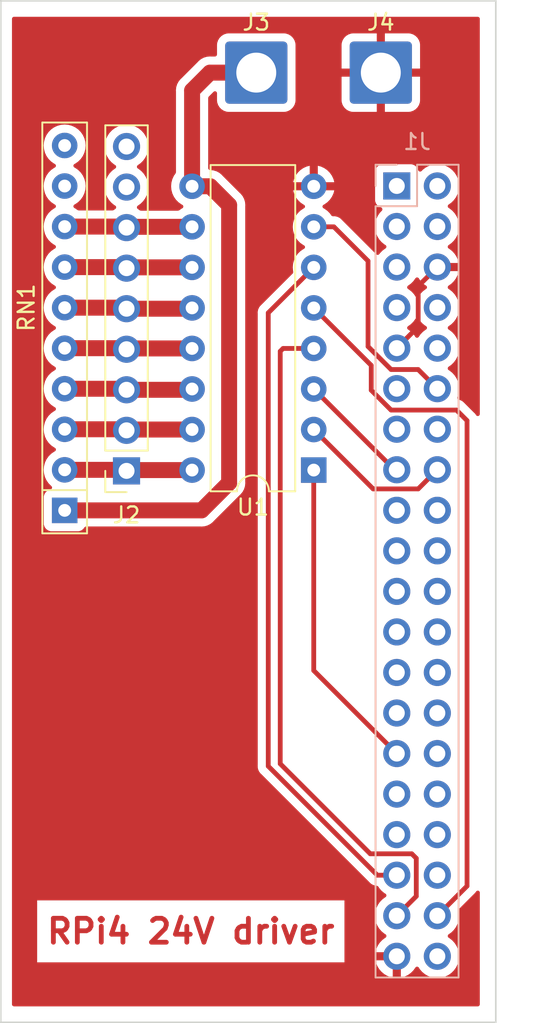
<source format=kicad_pcb>
(kicad_pcb (version 20211014) (generator pcbnew)
  (layers (0 "F.Cu" signal) (31 "B.Cu" signal) (34 "B.Paste" user) (35 "F.Paste" user) (36 "B.SilkS" user "B.Silkscreen") (37 "F.SilkS" user "F.Silkscreen") (38 "B.Mask" user) (39 "F.Mask" user) (44 "Edge.Cuts" user))
  (net 0 "")
  (net 1 "VCC")
  (net 2 "Net-(J2-Pad1)")
  (net 3 "Net-(J2-Pad2)")
  (net 4 "Net-(J2-Pad3)")
  (net 5 "Net-(J2-Pad4)")
  (net 6 "Net-(J2-Pad5)")
  (net 7 "Net-(J2-Pad6)")
  (net 8 "Net-(J2-Pad7)")
  (net 16 "GND")
  (net 21 "12")
  (net 23 "15")
  (net 24 "16")
  (net 35 "29")
  (net 39 "35")
  (net 41 "37")
  (net 42 "38")
  (footprint "Connector_Wire:SolderWire-2sqmm_1x01_D2mm_OD3.9mm" (layer "F.Cu") (at 214 67.5)
    (fp_text reference "J3" (at 0 -3.15) (layer "F.SilkS"))
    (fp_text value "Conn_01x01_Female")
    (pad "1" thru_hole roundrect (at 0 0) (size 3.9 3.9) (drill 2.5) (layers *.Cu *.Mask) (roundrect_rratio 0.06410307692) (net 1 "VCC"))
  )
  (footprint "Connector_Wire:SolderWire-2sqmm_1x01_D2mm_OD3.9mm" (layer "F.Cu") (at 221.8 67.5)
    (fp_text reference "J4" (at 0 -3.15) (layer "F.SilkS"))
    (fp_text value "Conn_01x01_Female")
    (pad "1" thru_hole roundrect (at 0 0) (size 3.9 3.9) (drill 2.5) (layers *.Cu *.Mask) (roundrect_rratio 0.06410307692) (net 16 "GND"))
  )
  (footprint "Connector_PinSocket_2.54mm:PinSocket_1x09_P2.54mm_Vertical" (layer "F.Cu") (at 205.875 92.45 180)
    (fp_text reference "J2" (at 0 -2.77) (layer "F.SilkS"))
    (fp_text value "Conn_01x09_Female")
    (fp_line (start 0 -1.33) (end 1.33 -1.33) (layer "F.SilkS") (width 0.12))
    (fp_line (start 1.33 1.27) (end 1.33 21.65) (layer "F.SilkS") (width 0.12))
    (fp_line (start -1.33 1.27) (end 1.33 1.27) (layer "F.SilkS") (width 0.12))
    (fp_line (start -1.33 21.65) (end 1.33 21.65) (layer "F.SilkS") (width 0.12))
    (fp_line (start -1.33 1.27) (end -1.33 21.65) (layer "F.SilkS") (width 0.12))
    (fp_line (start 1.33 -1.33) (end 1.33 0) (layer "F.SilkS") (width 0.12))
    (pad "1" thru_hole rect (at 0 0 180) (size 1.7 1.7) (drill 1) (layers *.Cu *.Mask) (net 2 "Net-(J2-Pad1)"))
    (pad "2" thru_hole oval (at 0 2.54 180) (size 1.7 1.7) (drill 1) (layers *.Cu *.Mask) (net 3 "Net-(J2-Pad2)"))
    (pad "3" thru_hole oval (at 0 5.08 180) (size 1.7 1.7) (drill 1) (layers *.Cu *.Mask) (net 4 "Net-(J2-Pad3)"))
    (pad "4" thru_hole oval (at 0 7.62 180) (size 1.7 1.7) (drill 1) (layers *.Cu *.Mask) (net 5 "Net-(J2-Pad4)"))
    (pad "5" thru_hole oval (at 0 10.16 180) (size 1.7 1.7) (drill 1) (layers *.Cu *.Mask) (net 6 "Net-(J2-Pad5)"))
    (pad "6" thru_hole oval (at 0 12.7 180) (size 1.7 1.7) (drill 1) (layers *.Cu *.Mask) (net 7 "Net-(J2-Pad6)"))
    (pad "7" thru_hole oval (at 0 15.24 180) (size 1.7 1.7) (drill 1) (layers *.Cu *.Mask) (net 8 "Net-(J2-Pad7)"))
    (pad "8" thru_hole oval (at 0 17.78 180) (size 1.7 1.7) (drill 1) (layers *.Cu *.Mask))
    (pad "9" thru_hole oval (at 0 20.32 180) (size 1.7 1.7) (drill 1) (layers *.Cu *.Mask))
  )
  (footprint "Package_DIP:DIP-16_W7.62mm" (layer "F.Cu") (at 217.6 92.4 180)
    (fp_text reference "U1" (at 3.81 -2.33) (layer "F.SilkS"))
    (fp_text value "ULN2003")
    (fp_line (start 6.46 19.11) (end 6.46 -1.33) (layer "F.SilkS") (width 0.12))
    (fp_line (start 6.46 -1.33) (end 4.81 -1.33) (layer "F.SilkS") (width 0.12))
    (fp_line (start 2.81 -1.33) (end 1.16 -1.33) (layer "F.SilkS") (width 0.12))
    (fp_line (start 1.16 19.11) (end 6.46 19.11) (layer "F.SilkS") (width 0.12))
    (fp_line (start 1.16 -1.33) (end 1.16 19.11) (layer "F.SilkS") (width 0.12))
    (fp_arc (start 4.81 -1.33) (mid 3.81 -0.33) (end 2.81 -1.33) (layer "F.SilkS") (width 0.12))
    (pad "1" thru_hole rect (at 0 0 180) (size 1.6 1.6) (drill 0.8) (layers *.Cu *.Mask) (net 35 "29"))
    (pad "2" thru_hole oval (at 0 2.54 180) (size 1.6 1.6) (drill 0.8) (layers *.Cu *.Mask) (net 24 "16"))
    (pad "3" thru_hole oval (at 0 5.08 180) (size 1.6 1.6) (drill 0.8) (layers *.Cu *.Mask) (net 23 "15"))
    (pad "4" thru_hole oval (at 0 7.62 180) (size 1.6 1.6) (drill 0.8) (layers *.Cu *.Mask) (net 41 "37"))
    (pad "5" thru_hole oval (at 0 10.16 180) (size 1.6 1.6) (drill 0.8) (layers *.Cu *.Mask) (net 42 "38"))
    (pad "6" thru_hole oval (at 0 12.7 180) (size 1.6 1.6) (drill 0.8) (layers *.Cu *.Mask) (net 39 "35"))
    (pad "7" thru_hole oval (at 0 15.24 180) (size 1.6 1.6) (drill 0.8) (layers *.Cu *.Mask) (net 21 "12"))
    (pad "8" thru_hole oval (at 0 17.78 180) (size 1.6 1.6) (drill 0.8) (layers *.Cu *.Mask) (net 16 "GND"))
    (pad "9" thru_hole oval (at 7.62 17.78 180) (size 1.6 1.6) (drill 0.8) (layers *.Cu *.Mask) (net 1 "VCC"))
    (pad "10" thru_hole oval (at 7.62 15.24 180) (size 1.6 1.6) (drill 0.8) (layers *.Cu *.Mask) (net 8 "Net-(J2-Pad7)"))
    (pad "11" thru_hole oval (at 7.62 12.7 180) (size 1.6 1.6) (drill 0.8) (layers *.Cu *.Mask) (net 7 "Net-(J2-Pad6)"))
    (pad "12" thru_hole oval (at 7.62 10.16 180) (size 1.6 1.6) (drill 0.8) (layers *.Cu *.Mask) (net 6 "Net-(J2-Pad5)"))
    (pad "13" thru_hole oval (at 7.62 7.62 180) (size 1.6 1.6) (drill 0.8) (layers *.Cu *.Mask) (net 5 "Net-(J2-Pad4)"))
    (pad "14" thru_hole oval (at 7.62 5.08 180) (size 1.6 1.6) (drill 0.8) (layers *.Cu *.Mask) (net 4 "Net-(J2-Pad3)"))
    (pad "15" thru_hole oval (at 7.62 2.54 180) (size 1.6 1.6) (drill 0.8) (layers *.Cu *.Mask) (net 3 "Net-(J2-Pad2)"))
    (pad "16" thru_hole oval (at 7.62 0 180) (size 1.6 1.6) (drill 0.8) (layers *.Cu *.Mask) (net 2 "Net-(J2-Pad1)"))
  )
  (footprint "Resistor_THT:R_Array_SIP10" (layer "F.Cu") (at 202 94.925 90)
    (fp_text reference "RN1" (at 12.7 -2.4 90) (layer "F.SilkS"))
    (fp_text value "R_Network09")
    (fp_line (start 24.3 -1.4) (end -1.44 -1.4) (layer "F.SilkS") (width 0.12))
    (fp_line (start -1.44 1.4) (end 24.3 1.4) (layer "F.SilkS") (width 0.12))
    (fp_line (start 1.27 -1.4) (end 1.27 1.4) (layer "F.SilkS") (width 0.12))
    (fp_line (start 24.3 1.4) (end 24.3 -1.4) (layer "F.SilkS") (width 0.12))
    (fp_line (start -1.44 -1.4) (end -1.44 1.4) (layer "F.SilkS") (width 0.12))
    (pad "1" thru_hole rect (at 0 0 90) (size 1.6 1.6) (drill 0.8) (layers *.Cu *.Mask) (net 1 "VCC"))
    (pad "2" thru_hole oval (at 2.54 0 90) (size 1.6 1.6) (drill 0.8) (layers *.Cu *.Mask) (net 2 "Net-(J2-Pad1)"))
    (pad "3" thru_hole oval (at 5.08 0 90) (size 1.6 1.6) (drill 0.8) (layers *.Cu *.Mask) (net 3 "Net-(J2-Pad2)"))
    (pad "4" thru_hole oval (at 7.62 0 90) (size 1.6 1.6) (drill 0.8) (layers *.Cu *.Mask) (net 4 "Net-(J2-Pad3)"))
    (pad "5" thru_hole oval (at 10.16 0 90) (size 1.6 1.6) (drill 0.8) (layers *.Cu *.Mask) (net 5 "Net-(J2-Pad4)"))
    (pad "6" thru_hole oval (at 12.7 0 90) (size 1.6 1.6) (drill 0.8) (layers *.Cu *.Mask) (net 6 "Net-(J2-Pad5)"))
    (pad "7" thru_hole oval (at 15.24 0 90) (size 1.6 1.6) (drill 0.8) (layers *.Cu *.Mask) (net 7 "Net-(J2-Pad6)"))
    (pad "8" thru_hole oval (at 17.78 0 90) (size 1.6 1.6) (drill 0.8) (layers *.Cu *.Mask) (net 8 "Net-(J2-Pad7)"))
    (pad "9" thru_hole oval (at 20.32 0 90) (size 1.6 1.6) (drill 0.8) (layers *.Cu *.Mask))
    (pad "10" thru_hole oval (at 22.86 0 90) (size 1.6 1.6) (drill 0.8) (layers *.Cu *.Mask))
  )
  (footprint "Connector_PinSocket_2.54mm:PinSocket_2x20_P2.54mm_Vertical" (layer "B.Cu") (at 222.8 74.6 180)
    (fp_text reference "J1" (at -1.27 2.77) (layer "B.SilkS") (effects (justify mirror)))
    (fp_text value "Conn_02x20_Odd_Even")
    (fp_line (start -3.87 1.33) (end -1.27 1.33) (layer "B.SilkS") (width 0.12))
    (fp_line (start 1.33 -1.27) (end 1.33 -49.59) (layer "B.SilkS") (width 0.12))
    (fp_line (start -1.27 1.33) (end -1.27 -1.27) (layer "B.SilkS") (width 0.12))
    (fp_line (start -3.87 1.33) (end -3.87 -49.59) (layer "B.SilkS") (width 0.12))
    (fp_line (start 1.33 1.33) (end 1.33 0) (layer "B.SilkS") (width 0.12))
    (fp_line (start 0 1.33) (end 1.33 1.33) (layer "B.SilkS") (width 0.12))
    (fp_line (start -1.27 -1.27) (end 1.33 -1.27) (layer "B.SilkS") (width 0.12))
    (fp_line (start -3.87 -49.59) (end 1.33 -49.59) (layer "B.SilkS") (width 0.12))
    (pad "1" thru_hole rect (at 0 0 180) (size 1.7 1.7) (drill 1) (layers *.Cu *.Mask))
    (pad "2" thru_hole oval (at -2.54 0 180) (size 1.7 1.7) (drill 1) (layers *.Cu *.Mask))
    (pad "3" thru_hole oval (at 0 -2.54 180) (size 1.7 1.7) (drill 1) (layers *.Cu *.Mask))
    (pad "4" thru_hole oval (at -2.54 -2.54 180) (size 1.7 1.7) (drill 1) (layers *.Cu *.Mask))
    (pad "5" thru_hole oval (at 0 -5.08 180) (size 1.7 1.7) (drill 1) (layers *.Cu *.Mask))
    (pad "6" thru_hole oval (at -2.54 -5.08 180) (size 1.7 1.7) (drill 1) (layers *.Cu *.Mask) (net 16 "GND"))
    (pad "7" thru_hole oval (at 0 -7.62 180) (size 1.7 1.7) (drill 1) (layers *.Cu *.Mask))
    (pad "8" thru_hole oval (at -2.54 -7.62 180) (size 1.7 1.7) (drill 1) (layers *.Cu *.Mask))
    (pad "9" thru_hole oval (at 0 -10.16 180) (size 1.7 1.7) (drill 1) (layers *.Cu *.Mask) (net 16 "GND"))
    (pad "10" thru_hole oval (at -2.54 -10.16 180) (size 1.7 1.7) (drill 1) (layers *.Cu *.Mask))
    (pad "11" thru_hole oval (at 0 -12.7 180) (size 1.7 1.7) (drill 1) (layers *.Cu *.Mask))
    (pad "12" thru_hole oval (at -2.54 -12.7 180) (size 1.7 1.7) (drill 1) (layers *.Cu *.Mask) (net 21 "12"))
    (pad "13" thru_hole oval (at 0 -15.24 180) (size 1.7 1.7) (drill 1) (layers *.Cu *.Mask))
    (pad "14" thru_hole oval (at -2.54 -15.24 180) (size 1.7 1.7) (drill 1) (layers *.Cu *.Mask))
    (pad "15" thru_hole oval (at 0 -17.78 180) (size 1.7 1.7) (drill 1) (layers *.Cu *.Mask) (net 23 "15"))
    (pad "16" thru_hole oval (at -2.54 -17.78 180) (size 1.7 1.7) (drill 1) (layers *.Cu *.Mask) (net 24 "16"))
    (pad "17" thru_hole oval (at 0 -20.32 180) (size 1.7 1.7) (drill 1) (layers *.Cu *.Mask))
    (pad "18" thru_hole oval (at -2.54 -20.32 180) (size 1.7 1.7) (drill 1) (layers *.Cu *.Mask))
    (pad "19" thru_hole oval (at 0 -22.86 180) (size 1.7 1.7) (drill 1) (layers *.Cu *.Mask))
    (pad "20" thru_hole oval (at -2.54 -22.86 180) (size 1.7 1.7) (drill 1) (layers *.Cu *.Mask))
    (pad "21" thru_hole oval (at 0 -25.4 180) (size 1.7 1.7) (drill 1) (layers *.Cu *.Mask))
    (pad "22" thru_hole oval (at -2.54 -25.4 180) (size 1.7 1.7) (drill 1) (layers *.Cu *.Mask))
    (pad "23" thru_hole oval (at 0 -27.94 180) (size 1.7 1.7) (drill 1) (layers *.Cu *.Mask))
    (pad "24" thru_hole oval (at -2.54 -27.94 180) (size 1.7 1.7) (drill 1) (layers *.Cu *.Mask))
    (pad "25" thru_hole oval (at 0 -30.48 180) (size 1.7 1.7) (drill 1) (layers *.Cu *.Mask))
    (pad "26" thru_hole oval (at -2.54 -30.48 180) (size 1.7 1.7) (drill 1) (layers *.Cu *.Mask))
    (pad "27" thru_hole oval (at 0 -33.02 180) (size 1.7 1.7) (drill 1) (layers *.Cu *.Mask))
    (pad "28" thru_hole oval (at -2.54 -33.02 180) (size 1.7 1.7) (drill 1) (layers *.Cu *.Mask))
    (pad "29" thru_hole oval (at 0 -35.56 180) (size 1.7 1.7) (drill 1) (layers *.Cu *.Mask) (net 35 "29"))
    (pad "30" thru_hole oval (at -2.54 -35.56 180) (size 1.7 1.7) (drill 1) (layers *.Cu *.Mask))
    (pad "31" thru_hole oval (at 0 -38.1 180) (size 1.7 1.7) (drill 1) (layers *.Cu *.Mask))
    (pad "32" thru_hole oval (at -2.54 -38.1 180) (size 1.7 1.7) (drill 1) (layers *.Cu *.Mask))
    (pad "33" thru_hole oval (at 0 -40.64 180) (size 1.7 1.7) (drill 1) (layers *.Cu *.Mask))
    (pad "34" thru_hole oval (at -2.54 -40.64 180) (size 1.7 1.7) (drill 1) (layers *.Cu *.Mask))
    (pad "35" thru_hole oval (at 0 -43.18 180) (size 1.7 1.7) (drill 1) (layers *.Cu *.Mask) (net 39 "35"))
    (pad "36" thru_hole oval (at -2.54 -43.18 180) (size 1.7 1.7) (drill 1) (layers *.Cu *.Mask))
    (pad "37" thru_hole oval (at 0 -45.72 180) (size 1.7 1.7) (drill 1) (layers *.Cu *.Mask) (net 41 "37"))
    (pad "38" thru_hole oval (at -2.54 -45.72 180) (size 1.7 1.7) (drill 1) (layers *.Cu *.Mask) (net 42 "38"))
    (pad "39" thru_hole oval (at 0 -48.26 180) (size 1.7 1.7) (drill 1) (layers *.Cu *.Mask) (net 16 "GND"))
    (pad "40" thru_hole oval (at -2.54 -48.26 180) (size 1.7 1.7) (drill 1) (layers *.Cu *.Mask))
  )
  (gr_line (start 198 127) (end 198 63) (layer "Edge.Cuts") (width 0.1))
  (gr_line (start 229 63) (end 229 127) (layer "Edge.Cuts") (width 0.1))
  (gr_line (start 198 63) (end 229 63) (layer "Edge.Cuts") (width 0.1))
  (gr_line (start 229 127) (end 198 127) (layer "Edge.Cuts") (width 0.1))
  (gr_text "RPi4 24V driver" (at 209.9 121.3) (layer "F.Cu") (effects (font (size 1.5 1.5) (thickness 0.3))))
  (segment (start 214 67.5) (end 211.1 67.5) (width 1) (layer "F.Cu") (net 1))
  (segment (start 212.3 93.2) (end 210.575 94.925) (width 1) (layer "F.Cu") (net 1))
  (segment (start 202 94.925) (end 210.575 94.925) (width 1) (layer "F.Cu") (net 1))
  (segment (start 209.98 68.62) (end 209.98 74.62) (width 1) (layer "F.Cu") (net 1))
  (segment (start 211.12 74.62) (end 212.3 75.8) (width 1) (layer "F.Cu") (net 1))
  (segment (start 211.1 67.5) (end 209.98 68.62) (width 1) (layer "F.Cu") (net 1))
  (segment (start 212.3 75.8) (end 212.3 93.2) (width 1) (layer "F.Cu") (net 1))
  (segment (start 209.98 74.62) (end 211.12 74.62) (width 1) (layer "F.Cu") (net 1))
  (segment (start 205.925 92.4) (end 205.875 92.45) (width 1) (layer "F.Cu") (net 2))
  (segment (start 205.81 92.385) (end 205.875 92.45) (width 1) (layer "F.Cu") (net 2))
  (segment (start 209.98 92.4) (end 205.925 92.4) (width 1) (layer "F.Cu") (net 2))
  (segment (start 202 92.385) (end 205.81 92.385) (width 1) (layer "F.Cu") (net 2))
  (segment (start 205.81 89.845) (end 205.875 89.91) (width 1) (layer "F.Cu") (net 3))
  (segment (start 205.925 89.86) (end 205.875 89.91) (width 1) (layer "F.Cu") (net 3))
  (segment (start 209.98 89.86) (end 205.925 89.86) (width 1) (layer "F.Cu") (net 3))
  (segment (start 202 89.845) (end 205.81 89.845) (width 1) (layer "F.Cu") (net 3))
  (segment (start 205.875 87.37) (end 209.93 87.37) (width 1) (layer "F.Cu") (net 4))
  (segment (start 205.81 87.305) (end 205.875 87.37) (width 1) (layer "F.Cu") (net 4))
  (segment (start 209.93 87.37) (end 209.98 87.32) (width 1) (layer "F.Cu") (net 4))
  (segment (start 202 87.305) (end 205.81 87.305) (width 1) (layer "F.Cu") (net 4))
  (segment (start 205.81 84.765) (end 205.875 84.83) (width 1) (layer "F.Cu") (net 5))
  (segment (start 205.925 84.78) (end 205.875 84.83) (width 1) (layer "F.Cu") (net 5))
  (segment (start 209.98 84.78) (end 205.925 84.78) (width 1) (layer "F.Cu") (net 5))
  (segment (start 202 84.765) (end 205.81 84.765) (width 1) (layer "F.Cu") (net 5))
  (segment (start 202 82.225) (end 205.81 82.225) (width 1) (layer "F.Cu") (net 6))
  (segment (start 205.81 82.225) (end 205.875 82.29) (width 1) (layer "F.Cu") (net 6))
  (segment (start 205.875 82.29) (end 209.93 82.29) (width 1) (layer "F.Cu") (net 6))
  (segment (start 209.93 82.29) (end 209.98 82.24) (width 1) (layer "F.Cu") (net 6))
  (segment (start 205.81 79.685) (end 205.875 79.75) (width 1) (layer "F.Cu") (net 7))
  (segment (start 209.98 79.7) (end 205.925 79.7) (width 1) (layer "F.Cu") (net 7))
  (segment (start 205.925 79.7) (end 205.875 79.75) (width 1) (layer "F.Cu") (net 7))
  (segment (start 202 79.685) (end 205.81 79.685) (width 1) (layer "F.Cu") (net 7))
  (segment (start 205.81 77.145) (end 205.875 77.21) (width 1) (layer "F.Cu") (net 8))
  (segment (start 205.925 77.16) (end 205.875 77.21) (width 1) (layer "F.Cu") (net 8))
  (segment (start 209.98 77.16) (end 205.925 77.16) (width 1) (layer "F.Cu") (net 8))
  (segment (start 202 77.145) (end 205.81 77.145) (width 1) (layer "F.Cu") (net 8))
  (segment (start 222.8 84.76) (end 224.14 83.42) (width 0.3) (layer "F.Cu") (net 16))
  (segment (start 224.14 80.88) (end 225.34 79.68) (width 0.3) (layer "F.Cu") (net 16))
  (segment (start 224.14 83.42) (end 224.14 80.88) (width 0.3) (layer "F.Cu") (net 16))
  (segment (start 218.86 77.16) (end 221 79.3) (width 0.3) (layer "F.Cu") (net 21))
  (segment (start 224.14 86.1) (end 225.34 87.3) (width 0.3) (layer "F.Cu") (net 21))
  (segment (start 221 84.657057) (end 222.442943 86.1) (width 0.3) (layer "F.Cu") (net 21))
  (segment (start 217.6 77.16) (end 218.86 77.16) (width 0.3) (layer "F.Cu") (net 21))
  (segment (start 222.442943 86.1) (end 224.14 86.1) (width 0.3) (layer "F.Cu") (net 21))
  (segment (start 221 79.3) (end 221 84.657057) (width 0.3) (layer "F.Cu") (net 21))
  (segment (start 222.66 92.38) (end 222.8 92.38) (width 0.3) (layer "F.Cu") (net 23))
  (segment (start 217.6 87.32) (end 222.66 92.38) (width 0.3) (layer "F.Cu") (net 23))
  (segment (start 221.32 93.58) (end 224.14 93.58) (width 0.3) (layer "F.Cu") (net 24))
  (segment (start 224.14 93.58) (end 225.34 92.38) (width 0.3) (layer "F.Cu") (net 24))
  (segment (start 217.6 89.86) (end 221.32 93.58) (width 0.3) (layer "F.Cu") (net 24))
  (segment (start 217.6 104.96) (end 217.6 92.4) (width 0.3) (layer "F.Cu") (net 35))
  (segment (start 222.8 110.16) (end 217.6 104.96) (width 0.3) (layer "F.Cu") (net 35))
  (segment (start 214.75 82.55) (end 214.75 110.95) (width 0.3) (layer "F.Cu") (net 39))
  (segment (start 221.58 117.78) (end 222.8 117.78) (width 0.3) (layer "F.Cu") (net 39))
  (segment (start 214.75 110.95) (end 221.58 117.78) (width 0.3) (layer "F.Cu") (net 39))
  (segment (start 217.6 79.7) (end 214.75 82.55) (width 0.3) (layer "F.Cu") (net 39))
  (segment (start 224.02 116.72) (end 223.74 116.44) (width 0.3) (layer "F.Cu") (net 41))
  (segment (start 223.74 116.44) (end 221.14 116.44) (width 0.3) (layer "F.Cu") (net 41))
  (segment (start 224.02 119.1) (end 224.02 116.72) (width 0.3) (layer "F.Cu") (net 41))
  (segment (start 215.5 84.96) (end 215.68 84.78) (width 0.3) (layer "F.Cu") (net 41))
  (segment (start 215.68 84.78) (end 217.6 84.78) (width 0.3) (layer "F.Cu") (net 41))
  (segment (start 215.5 110.8) (end 215.5 84.96) (width 0.3) (layer "F.Cu") (net 41))
  (segment (start 221.14 116.44) (end 215.5 110.8) (width 0.3) (layer "F.Cu") (net 41))
  (segment (start 222.8 120.32) (end 224.02 119.1) (width 0.3) (layer "F.Cu") (net 41))
  (segment (start 221.2 85.84) (end 221.2 87.397057) (width 0.3) (layer "F.Cu") (net 42))
  (segment (start 227.2 89.3) (end 227.2 118.46) (width 0.3) (layer "F.Cu") (net 42))
  (segment (start 217.6 82.24) (end 221.2 85.84) (width 0.3) (layer "F.Cu") (net 42))
  (segment (start 226.54 88.64) (end 227.2 89.3) (width 0.3) (layer "F.Cu") (net 42))
  (segment (start 221.2 87.397057) (end 222.442943 88.64) (width 0.3) (layer "F.Cu") (net 42))
  (segment (start 222.442943 88.64) (end 226.54 88.64) (width 0.3) (layer "F.Cu") (net 42))
  (segment (start 227.2 118.46) (end 225.34 120.32) (width 0.3) (layer "F.Cu") (net 42))
  (zone (net 16) (net_name "GND") (layer "F.Cu") (connect_pads (clearance 0.508)) (min_thickness 0.254) (fill yes (thermal_gap 0.508) (thermal_bridge_width 0.508))
    (polygon (pts (xy 228 126) (xy 198.7 126) (xy 198.7 64) (xy 228 64)))
  )
)
</source>
